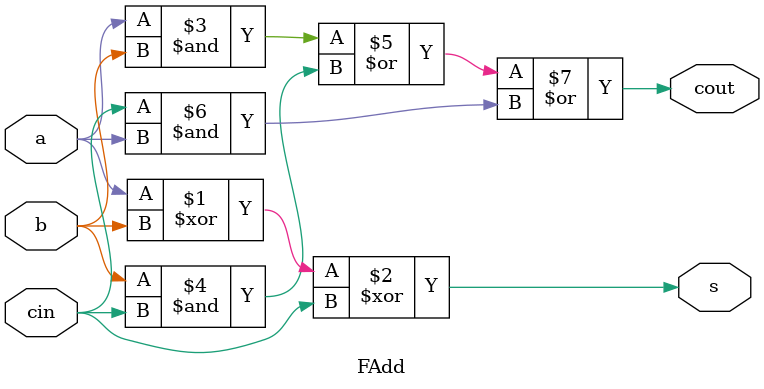
<source format=v>
module FAdd(
    input a,b,cin,
    output s,cout);
    
    assign s=a^b^cin;
    assign cout=(a&b)|(b&cin)|(cin&a);
endmodule

</source>
